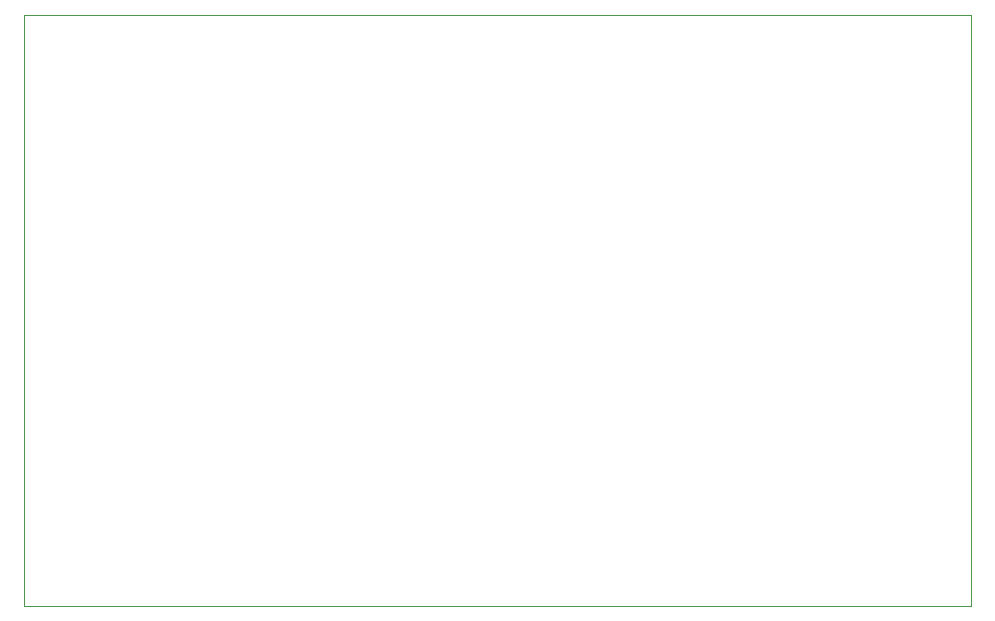
<source format=gbr>
%TF.GenerationSoftware,KiCad,Pcbnew,8.0.8*%
%TF.CreationDate,2025-07-03T12:07:37-04:00*%
%TF.ProjectId,pathfinder,70617468-6669-46e6-9465-722e6b696361,rev?*%
%TF.SameCoordinates,Original*%
%TF.FileFunction,Profile,NP*%
%FSLAX46Y46*%
G04 Gerber Fmt 4.6, Leading zero omitted, Abs format (unit mm)*
G04 Created by KiCad (PCBNEW 8.0.8) date 2025-07-03 12:07:37*
%MOMM*%
%LPD*%
G01*
G04 APERTURE LIST*
%TA.AperFunction,Profile*%
%ADD10C,0.050000*%
%TD*%
G04 APERTURE END LIST*
D10*
X72000000Y-64000000D02*
X152210000Y-64000000D01*
X152210000Y-114000000D01*
X72000000Y-114000000D01*
X72000000Y-64000000D01*
M02*

</source>
